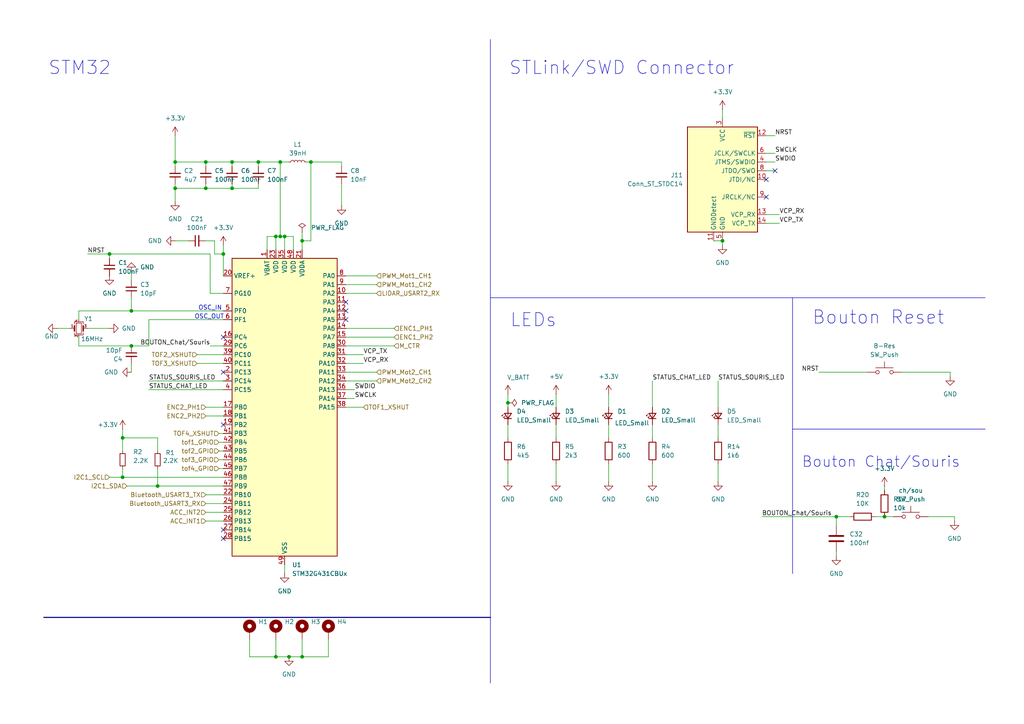
<source format=kicad_sch>
(kicad_sch (version 20250114) (generator "eeschema") (generator_version "9.0")
  (paper "A4")
  (lib_symbols
    (symbol "Connector:Conn_ST_STDC14"
      (property "Reference" "J" (at -8.89 16.51 0))
      (property "Value" "Conn_ST_STDC14" (at 17.78 16.51 0))
      (symbol "Conn_ST_STDC14_0_1"
        (rectangle (start -10.16 15.24) (end 10.16 -15.24) (stroke (width 0.254)) (fill (type background)))
      )
      (symbol "Conn_ST_STDC14_1_1"
        (pin no_connect line (at -10.16 5.08 0) (length 2.54) (hide yes) (name "NC") (number "1"))
        (pin no_connect line (at -10.16 2.54 0) (length 2.54) (hide yes) (name "NC") (number "2"))
        (pin passive line (at -2.54 -17.78 90) (length 2.54) (name "GNDDetect") (number "11"))
        (pin power_in line (at 0 17.78 270) (length 2.54) (name "VCC") (number "3"))
        (pin power_in line (at 0 -17.78 90) (length 2.54) (name "GND") (number "5"))
        (pin passive line (at 0 -17.78 90) (length 2.54) (hide yes) (name "GND") (number "7"))
        (pin open_collector line (at 12.7 12.7 180) (length 2.54) (name "~{RST}") (number "12"))
        (pin output line (at 12.7 7.62 180) (length 2.54) (name "JCLK/SWCLK") (number "6"))
        (pin bidirectional line (at 12.7 5.08 180) (length 2.54) (name "JTMS/SWDIO") (number "4"))
        (pin input line (at 12.7 2.54 180) (length 2.54) (name "JTDO/SWO") (number "8"))
        (pin output line (at 12.7 0 180) (length 2.54) (name "JTDI/NC") (number "10"))
        (pin input line (at 12.7 -5.08 180) (length 2.54) (name "JRCLK/NC") (number "9"))
        (pin output line (at 12.7 -10.16 180) (length 2.54) (name "VCP_RX") (number "13"))
        (pin input line (at 12.7 -12.7 180) (length 2.54) (name "VCP_TX") (number "14"))
      )
    )
    (symbol "Device:C" (pin_numbers (hide yes)) (pin_names (offset 0.254))
      (property "Reference" "C" (at 0.635 2.54 0))
      (property "Value" "C" (at 0.635 -2.54 0))
      (symbol "C_0_1"
        (polyline (pts (xy -2.032 0.762) (xy 2.032 0.762)) (stroke (width 0.508)))
        (polyline (pts (xy -2.032 -0.762) (xy 2.032 -0.762)) (stroke (width 0.508)))
      )
      (symbol "C_1_1"
        (pin passive line (at 0 3.81 270) (length 2.794) (name "~") (number "1"))
        (pin passive line (at 0 -3.81 90) (length 2.794) (name "~") (number "2"))
      )
    )
    (symbol "Device:C_Small" (pin_numbers (hide yes)) (pin_names (offset 0.254) (hide yes))
      (property "Reference" "C" (at 0.254 1.778 0))
      (property "Value" "C_Small" (at 0.254 -2.032 0))
      (symbol "C_Small_0_1"
        (polyline (pts (xy -1.524 0.508) (xy 1.524 0.508)) (stroke (width 0.3048)))
        (polyline (pts (xy -1.524 -0.508) (xy 1.524 -0.508)) (stroke (width 0.3302)))
      )
      (symbol "C_Small_1_1"
        (pin passive line (at 0 2.54 270) (length 2.032) (name "~") (number "1"))
        (pin passive line (at 0 -2.54 90) (length 2.032) (name "~") (number "2"))
      )
    )
    (symbol "Device:Crystal_GND24_Small" (pin_names (offset 1.016) (hide yes))
      (property "Reference" "Y" (at 1.27 4.445 0))
      (property "Value" "Crystal_GND24_Small" (at 1.27 2.54 0))
      (symbol "Crystal_GND24_Small_0_1"
        (polyline (pts (xy -1.27 1.27) (xy -1.27 1.905) (xy 1.27 1.905) (xy 1.27 1.27)))
        (polyline (pts (xy -1.27 -0.762) (xy -1.27 0.762)) (stroke (width 0.381)))
        (polyline (pts (xy -1.27 -1.27) (xy -1.27 -1.905) (xy 1.27 -1.905) (xy 1.27 -1.27)))
        (rectangle (start -0.762 -1.524) (end 0.762 1.524))
        (polyline (pts (xy 1.27 -0.762) (xy 1.27 0.762)) (stroke (width 0.381)))
      )
      (symbol "Crystal_GND24_Small_1_1"
        (pin passive line (at -2.54 0 0) (length 1.27) (name "1") (number "1"))
        (pin passive line (at 0 2.54 270) (length 0.635) (name "4") (number "4"))
        (pin passive line (at 0 -2.54 90) (length 0.635) (name "2") (number "2"))
        (pin passive line (at 2.54 0 180) (length 1.27) (name "3") (number "3"))
      )
    )
    (symbol "Device:LED_Small" (pin_numbers (hide yes)) (pin_names (offset 0.254) (hide yes))
      (property "Reference" "D" (at -1.27 3.175 0))
      (property "Value" "LED_Small" (at -4.445 -2.54 0))
      (symbol "LED_Small_0_1"
        (polyline (pts (xy -0.762 -1.016) (xy -0.762 1.016)) (stroke (width 0.254)))
        (polyline (pts (xy 0 0.762) (xy -0.508 1.27) (xy -0.254 1.27) (xy -0.508 1.27) (xy -0.508 1.016)))
        (polyline (pts (xy 0.508 1.27) (xy 0 1.778) (xy 0.254 1.778) (xy 0 1.778) (xy 0 1.524)))
        (polyline (pts (xy 0.762 -1.016) (xy -0.762 0) (xy 0.762 1.016) (xy 0.762 -1.016)) (stroke (width 0.254)))
        (polyline (pts (xy 1.016 0) (xy -0.762 0)))
      )
      (symbol "LED_Small_1_1"
        (pin passive line (at -2.54 0 0) (length 1.778) (name "K") (number "1"))
        (pin passive line (at 2.54 0 180) (length 1.778) (name "A") (number "2"))
      )
    )
    (symbol "Device:L_Small" (pin_numbers (hide yes)) (pin_names (offset 0.254) (hide yes))
      (property "Reference" "L" (at 0.762 1.016 0))
      (property "Value" "L_Small" (at 0.762 -1.016 0))
      (symbol "L_Small_0_1"
        (arc (start 0 2.032) (mid 0.5058 1.524) (end 0 1.016))
        (arc (start 0 1.016) (mid 0.5058 0.508) (end 0 0))
        (arc (start 0 0) (mid 0.5058 -0.508) (end 0 -1.016))
        (arc (start 0 -1.016) (mid 0.5058 -1.524) (end 0 -2.032))
      )
      (symbol "L_Small_1_1"
        (pin passive line (at 0 2.54 270) (length 0.508) (name "~") (number "1"))
        (pin passive line (at 0 -2.54 90) (length 0.508) (name "~") (number "2"))
      )
    )
    (symbol "Device:R" (pin_numbers (hide yes)) (pin_names (offset 0))
      (property "Reference" "R" (at 2.032 0 90))
      (property "Value" "R" (at 0 0 90))
      (symbol "R_0_1"
        (rectangle (start -1.016 -2.54) (end 1.016 2.54) (stroke (width 0.254)))
      )
      (symbol "R_1_1"
        (pin passive line (at 0 3.81 270) (length 1.27) (name "~") (number "1"))
        (pin passive line (at 0 -3.81 90) (length 1.27) (name "~") (number "2"))
      )
    )
    (symbol "Device:R_Small" (pin_numbers (hide yes)) (pin_names (offset 0.254) (hide yes))
      (property "Reference" "R" (at 0.762 0.508 0))
      (property "Value" "R_Small" (at 0.762 -1.016 0))
      (symbol "R_Small_0_1"
        (rectangle (start -0.762 1.778) (end 0.762 -1.778) (stroke (width 0.2032)))
      )
      (symbol "R_Small_1_1"
        (pin passive line (at 0 2.54 270) (length 0.762) (name "~") (number "1"))
        (pin passive line (at 0 -2.54 90) (length 0.762) (name "~") (number "2"))
      )
    )
    (symbol "MCU_ST_STM32G4:STM32G431CBUx"
      (property "Reference" "U" (at -15.24 44.45 0))
      (property "Value" "STM32G431CBUx" (at 7.62 44.45 0))
      (symbol "STM32G431CBUx_0_1"
        (rectangle (start -15.24 -43.18) (end 15.24 43.18) (stroke (width 0.254)) (fill (type background)))
      )
      (symbol "STM32G431CBUx_1_1"
        (pin input line (at -17.78 38.1 0) (length 2.54) (name "VREF+") (number "20"))
        (pin bidirectional line (at -17.78 33.02 0) (length 2.54) (name "PG10") (number "7"))
        (pin bidirectional line (at -17.78 27.94 0) (length 2.54) (name "PF0") (number "5"))
        (pin bidirectional line (at -17.78 25.4 0) (length 2.54) (name "PF1") (number "6"))
        (pin bidirectional line (at -17.78 20.32 0) (length 2.54) (name "PC4") (number "16"))
        (pin bidirectional line (at -17.78 17.78 0) (length 2.54) (name "PC6") (number "29"))
        (pin bidirectional line (at -17.78 15.24 0) (length 2.54) (name "PC10") (number "39"))
        (pin bidirectional line (at -17.78 12.7 0) (length 2.54) (name "PC11") (number "40"))
        (pin bidirectional line (at -17.78 10.16 0) (length 2.54) (name "PC13") (number "2"))
        (pin bidirectional line (at -17.78 7.62 0) (length 2.54) (name "PC14") (number "3"))
        (pin bidirectional line (at -17.78 5.08 0) (length 2.54) (name "PC15") (number "4"))
        (pin bidirectional line (at -17.78 0 0) (length 2.54) (name "PB0") (number "17"))
        (pin bidirectional line (at -17.78 -2.54 0) (length 2.54) (name "PB1") (number "18"))
        (pin bidirectional line (at -17.78 -5.08 0) (length 2.54) (name "PB2") (number "19"))
        (pin bidirectional line (at -17.78 -7.62 0) (length 2.54) (name "PB3") (number "41"))
        (pin bidirectional line (at -17.78 -10.16 0) (length 2.54) (name "PB4") (number "42"))
        (pin bidirectional line (at -17.78 -12.7 0) (length 2.54) (name "PB5") (number "43"))
        (pin bidirectional line (at -17.78 -15.24 0) (length 2.54) (name "PB6") (number "44"))
        (pin bidirectional line (at -17.78 -17.78 0) (length 2.54) (name "PB7") (number "45"))
        (pin bidirectional line (at -17.78 -20.32 0) (length 2.54) (name "PB8") (number "46"))
        (pin bidirectional line (at -17.78 -22.86 0) (length 2.54) (name "PB9") (number "47"))
        (pin bidirectional line (at -17.78 -25.4 0) (length 2.54) (name "PB10") (number "22"))
        (pin bidirectional line (at -17.78 -27.94 0) (length 2.54) (name "PB11") (number "24"))
        (pin bidirectional line (at -17.78 -30.48 0) (length 2.54) (name "PB12") (number "25"))
        (pin bidirectional line (at -17.78 -33.02 0) (length 2.54) (name "PB13") (number "26"))
        (pin bidirectional line (at -17.78 -35.56 0) (length 2.54) (name "PB14") (number "27"))
        (pin bidirectional line (at -17.78 -38.1 0) (length 2.54) (name "PB15") (number "28"))
        (pin power_in line (at -5.08 45.72 270) (length 2.54) (name "VBAT") (number "1"))
        (pin power_in line (at -2.54 45.72 270) (length 2.54) (name "VDD") (number "23"))
        (pin power_in line (at 0 45.72 270) (length 2.54) (name "VDD") (number "35"))
        (pin power_in line (at 0 -45.72 90) (length 2.54) (name "VSS") (number "49"))
        (pin power_in line (at 2.54 45.72 270) (length 2.54) (name "VDD") (number "48"))
        (pin power_in line (at 5.08 45.72 270) (length 2.54) (name "VDDA") (number "21"))
        (pin bidirectional line (at 17.78 38.1 180) (length 2.54) (name "PA0") (number "8"))
        (pin bidirectional line (at 17.78 35.56 180) (length 2.54) (name "PA1") (number "9"))
        (pin bidirectional line (at 17.78 33.02 180) (length 2.54) (name "PA2") (number "10"))
        (pin bidirectional line (at 17.78 30.48 180) (length 2.54) (name "PA3") (number "11"))
        (pin bidirectional line (at 17.78 27.94 180) (length 2.54) (name "PA4") (number "12"))
        (pin bidirectional line (at 17.78 25.4 180) (length 2.54) (name "PA5") (number "13"))
        (pin bidirectional line (at 17.78 22.86 180) (length 2.54) (name "PA6") (number "14"))
        (pin bidirectional line (at 17.78 20.32 180) (length 2.54) (name "PA7") (number "15"))
        (pin bidirectional line (at 17.78 17.78 180) (length 2.54) (name "PA8") (number "30"))
        (pin bidirectional line (at 17.78 15.24 180) (length 2.54) (name "PA9") (number "31"))
        (pin bidirectional line (at 17.78 12.7 180) (length 2.54) (name "PA10") (number "32"))
        (pin bidirectional line (at 17.78 10.16 180) (length 2.54) (name "PA11") (number "33"))
        (pin bidirectional line (at 17.78 7.62 180) (length 2.54) (name "PA12") (number "34"))
        (pin bidirectional line (at 17.78 5.08 180) (length 2.54) (name "PA13") (number "36"))
        (pin bidirectional line (at 17.78 2.54 180) (length 2.54) (name "PA14") (number "37"))
        (pin bidirectional line (at 17.78 0 180) (length 2.54) (name "PA15") (number "38"))
      )
    )
    (symbol "Mechanical:MountingHole_Pad" (pin_numbers (hide yes)) (pin_names (offset 1.016) (hide yes)) (in_bom no)
      (property "Reference" "H" (at 0 6.35 0))
      (property "Value" "MountingHole_Pad" (at 0 4.445 0))
      (symbol "MountingHole_Pad_0_1"
        (circle (center 0 1.27) (radius 1.27) (stroke (width 1.27)))
      )
      (symbol "MountingHole_Pad_1_1"
        (pin input line (at 0 -2.54 90) (length 2.54) (name "1") (number "1"))
      )
    )
    (symbol "Switch:SW_Push" (pin_numbers (hide yes)) (pin_names (offset 1.016) (hide yes))
      (property "Reference" "SW" (at 1.27 2.54 0))
      (property "Value" "SW_Push" (at 0 -1.524 0))
      (symbol "SW_Push_0_1"
        (circle (center -2.032 0) (radius 0.508))
        (polyline (pts (xy 0 1.27) (xy 0 3.048)))
        (circle (center 2.032 0) (radius 0.508))
        (polyline (pts (xy 2.54 1.27) (xy -2.54 1.27)))
        (pin passive line (at -5.08 0 0) (length 2.54) (name "1") (number "1"))
        (pin passive line (at 5.08 0 180) (length 2.54) (name "2") (number "2"))
      )
    )
    (symbol "power:+3.3V" (power) (pin_numbers (hide yes)) (pin_names (offset 0) (hide yes))
      (property "Value" "+3.3V" (at 0 3.556 0))
      (symbol "+3.3V_0_1"
        (polyline (pts (xy -0.762 1.27) (xy 0 2.54)))
        (polyline (pts (xy 0 2.54) (xy 0.762 1.27)))
        (polyline (pts (xy 0 0) (xy 0 2.54)))
      )
      (symbol "+3.3V_1_1"
        (pin power_in line (at 0 0 90) (length 0) (name "~") (number "1"))
      )
    )
    (symbol "power:+5V" (power) (pin_numbers (hide yes)) (pin_names (offset 0) (hide yes))
      (property "Value" "+5V" (at 0 3.556 0))
      (symbol "+5V_0_1"
        (polyline (pts (xy -0.762 1.27) (xy 0 2.54)))
        (polyline (pts (xy 0 2.54) (xy 0.762 1.27)))
        (polyline (pts (xy 0 0) (xy 0 2.54)))
      )
      (symbol "+5V_1_1"
        (pin power_in line (at 0 0 90) (length 0) (name "~") (number "1"))
      )
    )
    (symbol "power:+7.5V" (power) (pin_numbers (hide yes)) (pin_names (offset 0) (hide yes))
      (property "Value" "+7.5V" (at 0 3.556 0))
      (symbol "+7.5V_0_1"
        (polyline (pts (xy -0.762 1.27) (xy 0 2.54)))
        (polyline (pts (xy 0 2.54) (xy 0.762 1.27)))
        (polyline (pts (xy 0 0) (xy 0 2.54)))
      )
      (symbol "+7.5V_1_1"
        (pin power_in line (at 0 0 90) (length 0) (name "~") (number "1"))
      )
    )
    (symbol "power:GND" (power) (pin_numbers (hide yes)) (pin_names (offset 0) (hide yes))
      (property "Value" "GND" (at 0 -3.81 0))
      (symbol "GND_0_1"
        (polyline (pts (xy 0 0) (xy 0 -1.27) (xy 1.27 -1.27) (xy 0 -2.54) (xy -1.27 -1.27) (xy 0 -1.27)))
      )
      (symbol "GND_1_1"
        (pin power_in line (at 0 0 270) (length 0) (name "~") (number "1"))
      )
    )
    (symbol "power:PWR_FLAG" (power) (pin_numbers (hide yes)) (pin_names (offset 0) (hide yes))
      (property "Value" "PWR_FLAG" (at 0 3.81 0))
      (symbol "PWR_FLAG_0_0"
        (pin power_out line (at 0 0 90) (length 0) (name "~") (number "1"))
      )
      (symbol "PWR_FLAG_0_1"
        (polyline (pts (xy 0 0) (xy 0 1.27) (xy -1.016 1.905) (xy 0 2.54) (xy 1.016 1.905) (xy 0 1.27)))
      )
    )
  )
  (text "OSC_OUT" (at 60.706 91.948 0) (effects (font (size 1.27 1.27))))
  (text "STM32" (at 23.114 19.812 0) (effects (font (size 3.81 3.81))))
  (text "LEDs" (at 154.686 92.964 0) (effects (font (size 3.81 3.81))))
  (text "STLink/SWD Connector" (at 147.574 19.812 0) (effects (font (size 3.81 3.81)) (justify left)))
  (text "Bouton Chat/Souris" (at 255.524 134.112 0) (effects (font (size 3.048 3.048))))
  (text "Bouton Reset" (at 254.762 92.202 0) (effects (font (size 3.81 3.81))))
  (text "OSC_IN" (at 60.96 89.408 0) (effects (font (size 1.27 1.27))))
  (junction (at 35.56 138.43))
  (junction (at 38.1 90.17))
  (junction (at 59.69 46.99))
  (junction (at 80.01 190.5))
  (junction (at 81.28 46.99))
  (junction (at 50.8 54.61))
  (junction (at 87.63 190.5))
  (junction (at 59.69 54.61))
  (junction (at 81.28 68.58))
  (junction (at 87.63 69.85))
  (junction (at 209.55 69.85))
  (junction (at 50.8 46.99))
  (junction (at 80.01 68.58))
  (junction (at 35.56 127))
  (junction (at 64.77 73.66))
  (junction (at 38.1 100.33))
  (junction (at 74.93 46.99))
  (junction (at 90.17 46.99))
  (junction (at 82.55 68.58))
  (junction (at 31.75 73.66))
  (junction (at 242.57 149.86))
  (junction (at 256.54 149.86))
  (junction (at 45.72 140.97))
  (junction (at 83.82 190.5))
  (junction (at 147.32 116.84))
  (junction (at 67.31 54.61))
  (junction (at 67.31 46.99))
  (no_connect (at 64.77 107.95))
  (no_connect (at 64.77 97.79))
  (no_connect (at 100.33 87.63))
  (no_connect (at 100.33 90.17))
  (no_connect (at 64.77 156.21))
  (no_connect (at 224.79 49.53))
  (no_connect (at 100.33 92.71))
  (no_connect (at 222.25 52.07))
  (no_connect (at 64.77 123.19))
  (no_connect (at 64.77 153.67))
  (no_connect (at 222.25 57.15))
  (wire (pts (xy 90.17 46.99) (xy 90.17 69.85)))
  (wire (pts (xy 59.69 53.34) (xy 59.69 54.61)))
  (wire (pts (xy 222.25 64.77) (xy 226.06 64.77)))
  (wire (pts (xy 74.93 46.99) (xy 81.28 46.99)))
  (wire (pts (xy 222.25 62.23) (xy 226.06 62.23)))
  (wire (pts (xy 85.09 72.39) (xy 85.09 68.58)))
  (wire (pts (xy 209.55 69.85) (xy 209.55 71.12)))
  (wire (pts (xy 83.82 190.5) (xy 87.63 190.5)))
  (wire (pts (xy 100.33 113.03) (xy 102.87 113.03)))
  (wire (pts (xy 254 149.86) (xy 256.54 149.86)))
  (wire (pts (xy 99.06 53.34) (xy 99.06 59.69)))
  (wire (pts (xy 22.86 100.33) (xy 38.1 100.33)))
  (wire (pts (xy 161.29 123.19) (xy 161.29 127)))
  (wire (pts (xy 242.57 149.86) (xy 242.57 152.4)))
  (wire (pts (xy 87.63 190.5) (xy 95.25 190.5)))
  (wire (pts (xy 80.01 185.42) (xy 80.01 190.5)))
  (wire (pts (xy 80.01 190.5) (xy 83.82 190.5)))
  (wire (pts (xy 189.23 110.49) (xy 189.23 118.11)))
  (wire (pts (xy 147.32 114.3) (xy 147.32 116.84)))
  (wire (pts (xy 35.56 135.89) (xy 35.56 138.43)))
  (wire (pts (xy 82.55 68.58) (xy 82.55 72.39)))
  (wire (pts (xy 63.5 130.81) (xy 64.77 130.81)))
  (wire (pts (xy 43.18 100.33) (xy 43.18 92.71)))
  (wire (pts (xy 81.28 68.58) (xy 80.01 68.58)))
  (wire (pts (xy 220.98 149.86) (xy 242.57 149.86)))
  (wire (pts (xy 275.59 107.95) (xy 275.59 109.22)))
  (wire (pts (xy 81.28 46.99) (xy 81.28 68.58)))
  (wire (pts (xy 36.83 140.97) (xy 45.72 140.97)))
  (wire (pts (xy 59.69 148.59) (xy 64.77 148.59)))
  (wire (pts (xy 59.69 151.13) (xy 64.77 151.13)))
  (wire (pts (xy 189.23 123.19) (xy 189.23 127)))
  (wire (pts (xy 82.55 68.58) (xy 81.28 68.58)))
  (wire (pts (xy 62.23 73.66) (xy 64.77 73.66)))
  (wire (pts (xy 67.31 46.99) (xy 74.93 46.99)))
  (wire (pts (xy 77.47 72.39) (xy 77.47 68.58)))
  (wire (pts (xy 35.56 138.43) (xy 64.77 138.43)))
  (wire (pts (xy 50.8 46.99) (xy 59.69 46.99)))
  (wire (pts (xy 100.33 80.01) (xy 109.22 80.01)))
  (wire (pts (xy 176.53 134.62) (xy 176.53 139.7)))
  (wire (pts (xy 63.5 135.89) (xy 64.77 135.89)))
  (wire (pts (xy 62.23 69.85) (xy 62.23 73.66)))
  (wire (pts (xy 72.39 190.5) (xy 80.01 190.5)))
  (wire (pts (xy 242.57 149.86) (xy 246.38 149.86)))
  (wire (pts (xy 242.57 161.29) (xy 242.57 160.02)))
  (wire (pts (xy 38.1 100.33) (xy 43.18 100.33)))
  (wire (pts (xy 67.31 53.34) (xy 67.31 54.61)))
  (wire (pts (xy 57.15 102.87) (xy 64.77 102.87)))
  (wire (pts (xy 209.55 31.75) (xy 209.55 34.29)))
  (wire (pts (xy 43.18 113.03) (xy 64.77 113.03)))
  (wire (pts (xy 64.77 71.12) (xy 64.77 73.66)))
  (wire (pts (xy 189.23 134.62) (xy 189.23 139.7)))
  (wire (pts (xy 100.33 107.95) (xy 109.22 107.95)))
  (wire (pts (xy 59.69 48.26) (xy 59.69 46.99)))
  (wire (pts (xy 50.8 69.85) (xy 54.61 69.85)))
  (wire (pts (xy 35.56 127) (xy 35.56 130.81)))
  (wire (pts (xy 161.29 114.3) (xy 161.29 118.11)))
  (polyline (pts (xy 142.24 11.43) (xy 142.24 198.12)))
  (wire (pts (xy 59.69 69.85) (xy 62.23 69.85)))
  (wire (pts (xy 80.01 68.58) (xy 80.01 72.39)))
  (wire (pts (xy 100.33 115.57) (xy 102.87 115.57)))
  (wire (pts (xy 100.33 105.41) (xy 105.41 105.41)))
  (wire (pts (xy 87.63 72.39) (xy 87.63 69.85)))
  (wire (pts (xy 147.32 134.62) (xy 147.32 139.7)))
  (wire (pts (xy 35.56 124.46) (xy 35.56 127)))
  (wire (pts (xy 64.77 85.09) (xy 60.96 85.09)))
  (polyline (pts (xy 229.87 86.36) (xy 229.87 166.37)))
  (wire (pts (xy 90.17 46.99) (xy 99.06 46.99)))
  (wire (pts (xy 57.15 105.41) (xy 64.77 105.41)))
  (wire (pts (xy 72.39 185.42) (xy 72.39 190.5)))
  (wire (pts (xy 25.4 95.25) (xy 31.75 95.25)))
  (wire (pts (xy 74.93 54.61) (xy 67.31 54.61)))
  (wire (pts (xy 90.17 69.85) (xy 87.63 69.85)))
  (wire (pts (xy 22.86 90.17) (xy 38.1 90.17)))
  (wire (pts (xy 38.1 90.17) (xy 64.77 90.17)))
  (wire (pts (xy 95.25 185.42) (xy 95.25 190.5)))
  (wire (pts (xy 74.93 53.34) (xy 74.93 54.61)))
  (wire (pts (xy 82.55 163.83) (xy 82.55 166.37)))
  (wire (pts (xy 35.56 138.43) (xy 31.75 138.43)))
  (wire (pts (xy 100.33 97.79) (xy 114.3 97.79)))
  (wire (pts (xy 67.31 54.61) (xy 59.69 54.61)))
  (wire (pts (xy 50.8 48.26) (xy 50.8 46.99)))
  (wire (pts (xy 45.72 135.89) (xy 45.72 140.97)))
  (wire (pts (xy 31.75 73.66) (xy 31.75 74.93)))
  (wire (pts (xy 100.33 110.49) (xy 109.22 110.49)))
  (polyline (pts (xy 229.87 124.46) (xy 285.75 124.46)))
  (wire (pts (xy 22.86 97.79) (xy 22.86 100.33)))
  (wire (pts (xy 50.8 54.61) (xy 50.8 58.42)))
  (wire (pts (xy 147.32 116.84) (xy 147.32 118.11)))
  (wire (pts (xy 59.69 143.51) (xy 64.77 143.51)))
  (wire (pts (xy 50.8 39.37) (xy 50.8 46.99)))
  (wire (pts (xy 222.25 46.99) (xy 224.79 46.99)))
  (wire (pts (xy 85.09 68.58) (xy 82.55 68.58)))
  (wire (pts (xy 176.53 123.19) (xy 176.53 127)))
  (wire (pts (xy 63.5 128.27) (xy 64.77 128.27)))
  (wire (pts (xy 256.54 140.97) (xy 256.54 142.24)))
  (wire (pts (xy 38.1 86.36) (xy 38.1 90.17)))
  (wire (pts (xy 208.28 134.62) (xy 208.28 139.7)))
  (wire (pts (xy 222.25 44.45) (xy 224.79 44.45)))
  (wire (pts (xy 45.72 140.97) (xy 64.77 140.97)))
  (wire (pts (xy 237.49 107.95) (xy 251.46 107.95)))
  (wire (pts (xy 50.8 53.34) (xy 50.8 54.61)))
  (wire (pts (xy 67.31 48.26) (xy 67.31 46.99)))
  (wire (pts (xy 147.32 123.19) (xy 147.32 127)))
  (wire (pts (xy 43.18 92.71) (xy 64.77 92.71)))
  (wire (pts (xy 38.1 107.95) (xy 38.1 105.41)))
  (wire (pts (xy 83.82 46.99) (xy 81.28 46.99)))
  (wire (pts (xy 100.33 102.87) (xy 105.41 102.87)))
  (wire (pts (xy 74.93 46.99) (xy 74.93 48.26)))
  (wire (pts (xy 100.33 85.09) (xy 109.22 85.09)))
  (wire (pts (xy 45.72 127) (xy 45.72 130.81)))
  (wire (pts (xy 25.4 73.66) (xy 31.75 73.66)))
  (wire (pts (xy 100.33 100.33) (xy 114.3 100.33)))
  (wire (pts (xy 59.69 146.05) (xy 64.77 146.05)))
  (wire (pts (xy 208.28 123.19) (xy 208.28 127)))
  (wire (pts (xy 38.1 78.74) (xy 38.1 81.28)))
  (wire (pts (xy 224.79 39.37) (xy 222.25 39.37)))
  (wire (pts (xy 207.01 69.85) (xy 209.55 69.85)))
  (wire (pts (xy 100.33 82.55) (xy 109.22 82.55)))
  (wire (pts (xy 60.96 85.09) (xy 60.96 73.66)))
  (wire (pts (xy 63.5 133.35) (xy 64.77 133.35)))
  (wire (pts (xy 50.8 54.61) (xy 59.69 54.61)))
  (wire (pts (xy 161.29 134.62) (xy 161.29 139.7)))
  (wire (pts (xy 176.53 114.3) (xy 176.53 118.11)))
  (wire (pts (xy 63.5 125.73) (xy 64.77 125.73)))
  (wire (pts (xy 59.69 46.99) (xy 67.31 46.99)))
  (wire (pts (xy 64.77 73.66) (xy 64.77 80.01)))
  (wire (pts (xy 100.33 118.11) (xy 105.41 118.11)))
  (wire (pts (xy 269.24 149.86) (xy 276.86 149.86)))
  (wire (pts (xy 276.86 149.86) (xy 276.86 151.13)))
  (wire (pts (xy 87.63 69.85) (xy 87.63 67.31)))
  (wire (pts (xy 87.63 185.42) (xy 87.63 190.5)))
  (wire (pts (xy 90.17 46.99) (xy 88.9 46.99)))
  (wire (pts (xy 256.54 149.86) (xy 259.08 149.86)))
  (wire (pts (xy 22.86 90.17) (xy 22.86 92.71)))
  (wire (pts (xy 59.69 118.11) (xy 64.77 118.11)))
  (wire (pts (xy 60.96 100.33) (xy 64.77 100.33)))
  (wire (pts (xy 222.25 49.53) (xy 224.79 49.53)))
  (bus (pts (xy 12.7 179.07) (xy 142.24 179.07)))
  (wire (pts (xy 261.62 107.95) (xy 275.59 107.95)))
  (wire (pts (xy 208.28 110.49) (xy 208.28 118.11)))
  (wire (pts (xy 59.69 120.65) (xy 64.77 120.65)))
  (wire (pts (xy 77.47 68.58) (xy 80.01 68.58)))
  (wire (pts (xy 43.18 110.49) (xy 64.77 110.49)))
  (wire (pts (xy 31.75 73.66) (xy 60.96 73.66)))
  (wire (pts (xy 100.33 95.25) (xy 114.3 95.25)))
  (wire (pts (xy 16.51 95.25) (xy 20.32 95.25)))
  (wire (pts (xy 35.56 127) (xy 45.72 127)))
  (polyline (pts (xy 142.24 86.36) (xy 285.75 86.36)))
  (wire (pts (xy 99.06 46.99) (xy 99.06 48.26)))
  (label "VCP_TX" (at 226.06 64.77 0))
  (label "SWDIO" (at 102.87 113.03 0))
  (label "STATUS_SOURIS_LED" (at 208.28 110.49 0))
  (label "STATUS_SOURIS_LED" (at 43.18 110.49 0))
  (label "STATUS_CHAT_LED" (at 43.18 113.03 0))
  (label "SWCLK" (at 224.79 44.45 0))
  (label "SWDIO" (at 224.79 46.99 0))
  (label "NRST" (at 25.4 73.66 0))
  (label "VCP_RX" (at 226.06 62.23 0))
  (label "STATUS_CHAT_LED" (at 189.23 110.49 0))
  (label "SWCLK" (at 102.87 115.57 0))
  (label "BOUTON_Chat{slash}Souris" (at 220.98 149.86 0))
  (label "VCP_RX" (at 105.41 105.41 0))
  (label "NRST" (at 224.79 39.37 0))
  (label "VCP_TX" (at 105.41 102.87 0))
  (label "BOUTON_Chat{slash}Souris" (at 60.96 100.33 180))
  (label "NRST" (at 237.49 107.95 180))
  (hierarchical_label "ENC2_PH1" (shape input) (at 59.69 118.11 180))
  (hierarchical_label "PWM_Mot2_CH2" (shape input) (at 109.22 110.49 0))
  (hierarchical_label "ENC1_PH2" (shape input) (at 114.3 97.79 0))
  (hierarchical_label "ACC_INT1" (shape input) (at 59.69 151.13 180))
  (hierarchical_label "TOF3_XSHUT" (shape input) (at 57.15 105.41 180))
  (hierarchical_label "tof2_GPIO" (shape input) (at 63.5 130.81 180))
  (hierarchical_label "tof4_GPIO" (shape input) (at 63.5 135.89 180))
  (hierarchical_label "TOF1_XSHUT" (shape input) (at 105.41 118.11 0))
  (hierarchical_label "ENC1_PH1" (shape input) (at 114.3 95.25 0))
  (hierarchical_label "tof3_GPIO" (shape input) (at 63.5 133.35 180))
  (hierarchical_label "tof1_GPIO" (shape input) (at 63.5 128.27 180))
  (hierarchical_label "Bluetooth_USART3_RX" (shape input) (at 59.69 146.05 180))
  (hierarchical_label "ENC2_PH2" (shape input) (at 59.69 120.65 180))
  (hierarchical_label "PWM_Mot1_CH2" (shape input) (at 109.22 82.55 0))
  (hierarchical_label "TOF4_XSHUT" (shape input) (at 63.5 125.73 180))
  (hierarchical_label "PWM_Mot1_CH1" (shape input) (at 109.22 80.01 0))
  (hierarchical_label "PWM_Mot2_CH1" (shape input) (at 109.22 107.95 0))
  (hierarchical_label "ACC_INT2" (shape input) (at 59.69 148.59 180))
  (hierarchical_label "I2C1_SDA" (shape input) (at 36.83 140.97 180))
  (hierarchical_label "I2C1_SCL" (shape input) (at 31.75 138.43 180))
  (hierarchical_label "LIDAR_USART2_RX" (shape input) (at 109.22 85.09 0))
  (hierarchical_label "TOF2_XSHUT" (shape input) (at 57.15 102.87 180))
  (hierarchical_label "Bluetooth_USART3_TX" (shape input) (at 59.69 143.51 180))
  (hierarchical_label "M_CTR" (shape input) (at 114.3 100.33 0))
  (symbol (lib_id "power:GND") (at 147.32 139.7 0) (unit 1)
    (property "Reference" "#PWR0146" (effects (hide yes)))
    (property "Value" "GND" (at 147.32 144.78 0))
    (property "Description" "Power symbol creates a global label with name \"GND\" , ground" (effects (hide yes)))
  )
  (symbol (lib_id "Device:C_Small") (at 38.1 83.82 180) (unit 1)
    (property "Reference" "C3" (at 40.64 82.5435 0) (effects (justify right)))
    (property "Value" "10pF" (at 40.64 85.0835 0) (effects (justify right)))
    (property "Footprint" "Capacitor_SMD:C_0603_1608Metric" (effects (hide yes)))
    (property "Description" "Unpolarized capacitor, small symbol" (effects (hide yes)))
    (instances (project "" (path "" (reference "C3") (unit 1))) (project "microcontroleur_robot" (path "" (reference "C2") (unit 1))) (project "" (path "" (reference "C8") (unit 1))))
  )
  (symbol (lib_id "Device:R_Small") (at 35.56 133.35 0) (unit 1)
    (property "Reference" "R2" (at 38.608 131.064 0) (effects (justify left)))
    (property "Value" "2.2K" (at 38.608 133.604 0) (effects (justify left)))
    (property "Footprint" "Resistor_SMD:R_0603_1608Metric" (effects (hide yes)))
    (property "Description" "Resistor, small symbol" (effects (hide yes)))
  )
  (symbol (lib_id "Mechanical:MountingHole_Pad") (at 87.63 182.88 0) (unit 1) (in_bom no)
    (property "Reference" "H3" (at 90.17 180.3399 0) (effects (justify left)))
    (property "Value" "MountingHole_Pad" (effects (hide yes)))
    (property "Footprint" "MountingHole:MountingHole_3.2mm_M3_Pad_Via" (effects (hide yes)))
    (property "Description" "Mounting Hole with connection" (effects (hide yes)))
  )
  (symbol (lib_id "Switch:SW_Push") (at 256.54 107.95 0) (unit 1)
    (property "Reference" "B-Res" (at 256.54 100.33 0))
    (property "Value" "SW_Push" (at 256.54 102.87 0))
    (property "Footprint" "KiCad:SW Push 1P1T NO 6x6mm H9.5mm" (effects (hide yes)))
    (property "Description" "Push button switch, generic, two pins" (effects (hide yes)))
    (instances (project "" (path "" (reference "B-Res") (unit 1))) (project "" (path "" (reference "SW1") (unit 1))) (project "" (path "" (reference "SW1") (unit 1))))
  )
  (symbol (lib_id "power:GND") (at 16.51 95.25 270) (unit 1)
    (property "Reference" "#PWR0107" (effects (hide yes)))
    (property "Value" "GND" (at 17.018 97.536 90) (effects (justify right)))
    (property "Description" "Power symbol creates a global label with name \"GND\" , ground" (effects (hide yes)))
    (instances (project "Projet_Robot" (path "" (reference "#PWR0107") (unit 1))) (project "microcontroleur_robot" (path "" (reference "#PWR02") (unit 1))) (project "" (path "" (reference "#PWR0117") (unit 1))))
  )
  (symbol (lib_id "power:GND") (at 31.75 80.01 0) (unit 1)
    (property "Reference" "#PWR0111" (effects (hide yes)))
    (property "Value" "GND" (at 31.75 85.09 0))
    (property "Description" "Power symbol creates a global label with name \"GND\" , ground" (effects (hide yes)))
    (instances (project "Projet_Robot" (path "" (reference "#PWR0111") (unit 1))) (project "microcontroleur_robot" (path "" (reference "#PWR09") (unit 1))) (project "" (path "" (reference "#PWR0116") (unit 1))))
  )
  (symbol (lib_id "power:GND") (at 161.29 139.7 0) (unit 1)
    (property "Reference" "#PWR0121" (effects (hide yes)))
    (property "Value" "GND" (at 161.29 144.78 0))
    (property "Description" "Power symbol creates a global label with name \"GND\" , ground" (effects (hide yes)))
  )
  (symbol (lib_id "power:+3.3V") (at 209.55 31.75 0) (unit 1)
    (property "Reference" "#PWR0117" (effects (hide yes)))
    (property "Value" "+3.3V" (at 209.55 26.67 0))
    (property "Description" "Power symbol creates a global label with name \"+3.3V\"" (effects (hide yes)))
  )
  (symbol (lib_id "Device:R") (at 250.19 149.86 90) (unit 1)
    (property "Reference" "R20" (at 250.19 143.51 90))
    (property "Value" "10K" (at 250.19 146.05 90))
    (property "Footprint" "Resistor_SMD:R_0603_1608Metric" (effects (hide yes)))
    (property "Description" "Resistor" (effects (hide yes)))
  )
  (symbol (lib_id "Mechanical:MountingHole_Pad") (at 95.25 182.88 0) (unit 1) (in_bom no)
    (property "Reference" "H4" (at 97.79 180.3399 0) (effects (justify left)))
    (property "Value" "MountingHole_Pad" (effects (hide yes)))
    (property "Footprint" "MountingHole:MountingHole_3.2mm_M3_Pad_Via" (effects (hide yes)))
    (property "Description" "Mounting Hole with connection" (effects (hide yes)))
  )
  (symbol (lib_id "power:GND") (at 31.75 95.25 90) (unit 1)
    (property "Reference" "#PWR0112" (effects (hide yes)))
    (property "Value" "GND" (at 35.306 95.25 90) (effects (justify right)))
    (property "Description" "Power symbol creates a global label with name \"GND\" , ground" (effects (hide yes)))
    (instances (project "Projet_Robot" (path "" (reference "#PWR0112") (unit 1))) (project "microcontroleur_robot" (path "" (reference "#PWR03") (unit 1))) (project "" (path "" (reference "#PWR0113") (unit 1))))
  )
  (symbol (lib_id "power:GND") (at 83.82 190.5 0) (unit 1)
    (property "Reference" "#PWR029" (effects (hide yes)))
    (property "Value" "GND" (at 83.82 195.58 0))
    (property "Description" "Power symbol creates a global label with name \"GND\" , ground" (effects (hide yes)))
  )
  (symbol (lib_id "power:PWR_FLAG") (at 147.32 116.84 270) (unit 1)
    (property "Reference" "#FLG02" (effects (hide yes)))
    (property "Value" "PWR_FLAG" (at 151.13 116.8399 90) (effects (justify left)))
    (property "Description" "Special symbol for telling ERC where power comes from" (effects (hide yes)))
  )
  (symbol (lib_id "power:+5V") (at 161.29 114.3 0) (unit 1)
    (property "Reference" "#PWR012" (effects (hide yes)))
    (property "Value" "+5V" (at 161.29 109.22 0))
    (property "Description" "Power symbol creates a global label with name \"+5V\"" (effects (hide yes)))
  )
  (symbol (lib_id "power:GND") (at 208.28 139.7 0) (unit 1)
    (property "Reference" "#PWR0116" (effects (hide yes)))
    (property "Value" "GND" (at 208.28 144.78 0))
    (property "Description" "Power symbol creates a global label with name \"GND\" , ground" (effects (hide yes)))
  )
  (symbol (lib_id "power:PWR_FLAG") (at 87.63 67.31 0) (unit 1)
    (property "Reference" "#FLG04" (effects (hide yes)))
    (property "Value" "PWR_FLAG" (at 90.17 66.0399 0) (effects (justify left)))
    (property "Description" "Special symbol for telling ERC where power comes from" (effects (hide yes)))
  )
  (symbol (lib_id "power:GND") (at 50.8 69.85 270) (unit 1)
    (property "Reference" "#PWR0145" (effects (hide yes)))
    (property "Value" "GND" (at 46.99 69.8499 90) (effects (justify right)))
    (property "Description" "Power symbol creates a global label with name \"GND\" , ground" (effects (hide yes)))
  )
  (symbol (lib_id "Device:C_Small") (at 38.1 102.87 0) (unit 1)
    (property "Reference" "C4" (at 35.56 104.1465 0) (effects (justify right)))
    (property "Value" "10pF" (at 35.56 101.6065 0) (effects (justify right)))
    (property "Footprint" "Capacitor_SMD:C_0603_1608Metric" (effects (hide yes)))
    (property "Description" "Unpolarized capacitor, small symbol" (effects (hide yes)))
    (instances (project "" (path "" (reference "C4") (unit 1))) (project "microcontroleur_robot" (path "" (reference "C3") (unit 1))) (project "" (path "" (reference "C9") (unit 1))))
  )
  (symbol (lib_id "Connector:Conn_ST_STDC14") (at 209.55 52.07 0) (unit 1)
    (property "Reference" "J11" (at 198.12 50.7999 0) (effects (justify right)))
    (property "Value" "Conn_ST_STDC14" (at 198.12 53.3399 0) (effects (justify right)))
    (property "Footprint" "Connector_PinHeader_1.27mm:PinHeader_2x07_P1.27mm_Vertical_SMD" (effects (hide yes)))
    (property "Datasheet" "https://www.st.com/content/ccc/resource/technical/document/user_manual/group1/99/49/91/b6/b2/3a/46/e5/DM00526767/files/DM00526767.pdf/jcr:content/translations/en.DM00526767.pdf" (effects (hide yes)))
    (property "Description" "ST Debug Connector, standard ARM Cortex-M SWD and JTAG interface plus UART" (effects (hide yes)))
  )
  (symbol (lib_id "power:GND") (at 50.8 58.42 0) (unit 1)
    (property "Reference" "#PWR0102" (effects (hide yes)))
    (property "Value" "GND" (at 50.8 63.5 0))
    (property "Description" "Power symbol creates a global label with name \"GND\" , ground" (effects (hide yes)))
    (instances (project "Projet_Robot" (path "" (reference "#PWR0102") (unit 1))) (project "microcontroleur_robot" (path "" (reference "#PWR06") (unit 1))) (project "" (path "" (reference "#PWR0102") (unit 1))))
  )
  (symbol (lib_id "power:GND") (at 276.86 151.13 0) (unit 1)
    (property "Reference" "#PWR0147" (effects (hide yes)))
    (property "Value" "GND" (at 276.86 156.21 0))
    (property "Description" "Power symbol creates a global label with name \"GND\" , ground" (effects (hide yes)))
  )
  (symbol (lib_id "Device:C_Small") (at 31.75 77.47 0) (unit 1)
    (property "Reference" "C1" (at 34.29 76.2062 0) (effects (justify left)))
    (property "Value" "100nF" (at 34.29 78.7462 0) (effects (justify left)))
    (property "Footprint" "Capacitor_SMD:C_0603_1608Metric" (effects (hide yes)))
    (property "Description" "Unpolarized capacitor, small symbol" (effects (hide yes)))
    (instances (project "" (path "" (reference "C1") (unit 1))) (project "microcontroleur_robot" (path "" (reference "C9") (unit 1))) (project "" (path "" (reference "C6") (unit 1))))
  )
  (symbol (lib_id "Device:R") (at 161.29 130.81 180) (unit 1)
    (property "Reference" "R5" (at 163.83 129.5399 0) (effects (justify right)))
    (property "Value" "2k3" (at 163.83 132.0799 0) (effects (justify right)))
    (property "Footprint" "Resistor_SMD:R_0603_1608Metric" (effects (hide yes)))
    (property "Description" "Resistor" (effects (hide yes)))
  )
  (symbol (lib_id "Device:C_Small") (at 99.06 50.8 180) (unit 1)
    (property "Reference" "C8" (at 101.6 49.5235 0) (effects (justify right)))
    (property "Value" "10nF" (at 101.6 52.0635 0) (effects (justify right)))
    (property "Footprint" "Capacitor_SMD:C_0603_1608Metric" (effects (hide yes)))
    (property "Description" "Unpolarized capacitor, small symbol" (effects (hide yes)))
    (instances (project "" (path "" (reference "C8") (unit 1))) (project "microcontroleur_robot" (path "" (reference "C8") (unit 1))) (project "" (path "" (reference "C13") (unit 1))))
  )
  (symbol (lib_id "Device:C_Small") (at 67.31 50.8 180) (unit 1)
    (property "Reference" "C6" (at 69.85 49.5235 0) (effects (justify right)))
    (property "Value" "100nF" (at 69.85 52.0635 0) (effects (justify right)))
    (property "Footprint" "Capacitor_SMD:C_0603_1608Metric" (effects (hide yes)))
    (property "Description" "Unpolarized capacitor, small symbol" (effects (hide yes)))
    (instances (project "" (path "" (reference "C6") (unit 1))) (project "microcontroleur_robot" (path "" (reference "C6") (unit 1))) (project "" (path "" (reference "C11") (unit 1))))
  )
  (symbol (lib_id "power:GND") (at 275.59 109.22 0) (unit 1)
    (property "Reference" "#PWR0114" (effects (hide yes)))
    (property "Value" "GND" (at 275.59 114.3 0))
    (property "Description" "Power symbol creates a global label with name \"GND\" , ground" (effects (hide yes)))
    (instances (project "Projet_Robot" (path "" (reference "#PWR0114") (unit 1))) (project "microcontroleur_robot" (path "" (reference "#PWR023") (unit 1))) (project "" (path "" (reference "#PWR0111") (unit 1))))
  )
  (symbol (lib_id "Device:R") (at 256.54 146.05 0) (unit 1)
    (property "Reference" "R17" (at 259.08 144.7799 0) (effects (justify left)))
    (property "Value" "10k" (at 259.08 147.3199 0) (effects (justify left)))
    (property "Footprint" "Resistor_SMD:R_0603_1608Metric" (effects (hide yes)))
    (property "Description" "Resistor" (effects (hide yes)))
  )
  (symbol (lib_id "power:GND") (at 189.23 139.7 0) (unit 1)
    (property "Reference" "#PWR0103" (effects (hide yes)))
    (property "Value" "GND" (at 189.23 144.78 0))
    (property "Description" "Power symbol creates a global label with name \"GND\" , ground" (effects (hide yes)))
    (instances (project "Projet_Robot" (path "" (reference "#PWR0103") (unit 1))) (project "microcontroleur_robot" (path "" (reference "#PWR021") (unit 1))) (project "" (path "" (reference "#PWR0108") (unit 1))))
  )
  (symbol (lib_id "Device:R") (at 147.32 130.81 180) (unit 1)
    (property "Reference" "R6" (at 149.86 129.5399 0) (effects (justify right)))
    (property "Value" "4k5" (at 149.86 132.0799 0) (effects (justify right)))
    (property "Footprint" "Resistor_SMD:R_0603_1608Metric" (effects (hide yes)))
    (property "Description" "Resistor" (effects (hide yes)))
  )
  (symbol (lib_id "power:GND") (at 38.1 107.95 270) (unit 1)
    (property "Reference" "#PWR0106" (effects (hide yes)))
    (property "Value" "GND" (at 34.29 107.9499 90) (effects (justify right)))
    (property "Description" "Power symbol creates a global label with name \"GND\" , ground" (effects (hide yes)))
    (instances (project "Projet_Robot" (path "" (reference "#PWR0106") (unit 1))) (project "microcontroleur_robot" (path "" (reference "#PWR08") (unit 1))) (project "" (path "" (reference "#PWR0114") (unit 1))))
  )
  (symbol (lib_id "power:+3.3V") (at 176.53 114.3 0) (unit 1)
    (property "Reference" "#PWR0115" (effects (hide yes)))
    (property "Value" "+3.3V" (at 176.53 109.22 0))
    (property "Description" "Power symbol creates a global label with name \"+3.3V\"" (effects (hide yes)))
    (instances (project "Projet_Robot" (path "" (reference "#PWR0115") (unit 1))) (project "microcontroleur_robot" (path "" (reference "#PWR022") (unit 1))) (project "" (path "" (reference "#PWR0112") (unit 1))))
  )
  (symbol (lib_id "Device:LED_Small") (at 208.28 120.65 90) (unit 1)
    (property "Reference" "D5" (at 210.82 119.3164 90) (effects (justify right)))
    (property "Value" "LED_Small" (at 210.82 121.8564 90) (effects (justify right)))
    (property "Footprint" "LED_SMD:LED_0603_1608Metric" (effects (hide yes)))
    (property "Datasheet" "https://www.we-online.com/en/components/products/datasheet/150060SS75003.pdf" (effects (hide yes)))
    (property "Description" "Light emitting diode, small symbol" (effects (hide yes)))
    (property "Sim.Pin" "1=K 2=A" (effects (hide yes)))
  )
  (symbol (lib_id "MCU_ST_STM32G4:STM32G431CBUx") (at 82.55 118.11 0) (unit 1)
    (property "Reference" "U1" (at 84.6933 163.83 0) (effects (justify left)))
    (property "Value" "STM32G431CBUx" (at 84.6933 166.37 0) (effects (justify left)))
    (property "Footprint" "Package_DFN_QFN:QFN-48-1EP_7x7mm_P0.5mm_EP5.6x5.6mm" (effects (hide yes)))
    (property "Datasheet" "https://www.st.com/resource/en/datasheet/stm32g431cb.pdf" (effects (hide yes)))
    (property "Description" "STMicroelectronics Arm Cortex-M4 MCU, 128KB flash, 32KB RAM, 170 MHz, 1.71-3.6V, 42 GPIO, UFQFPN48" (effects (hide yes)))
  )
  (symbol (lib_id "Device:LED_Small") (at 161.29 120.65 90) (unit 1)
    (property "Reference" "D3" (at 163.83 119.3164 90) (effects (justify right)))
    (property "Value" "LED_Small" (at 163.83 121.8564 90) (effects (justify right)))
    (property "Footprint" "LED_SMD:LED_0603_1608Metric" (effects (hide yes)))
    (property "Datasheet" "https://www.we-online.com/en/components/products/datasheet/150060GS55040.pdf" (effects (hide yes)))
    (property "Description" "Light emitting diode, small symbol" (effects (hide yes)))
    (property "Sim.Pin" "1=K 2=A" (effects (hide yes)))
  )
  (symbol (lib_id "power:+7.5V") (at 147.32 114.3 0) (unit 1)
    (property "Reference" "#PWR013" (effects (hide yes)))
    (property "Value" "V_BATT" (at 147.066 109.474 0) (effects (justify left)))
    (property "Description" "Power symbol creates a global label with name \"+7.5V\"" (effects (hide yes)))
  )
  (symbol (lib_id "power:+3.3V") (at 35.56 124.46 0) (unit 1)
    (property "Reference" "#PWR0108" (effects (hide yes)))
    (property "Value" "+3.3V" (at 31.242 123.19 0))
    (property "Description" "Power symbol creates a global label with name \"+3.3V\"" (effects (hide yes)))
    (instances (project "Projet_Robot" (path "" (reference "#PWR0108") (unit 1))) (project "microcontroleur_robot" (path "" (reference "#PWR010") (unit 1))) (project "" (path "" (reference "#PWR0118") (unit 1))))
  )
  (symbol (lib_id "Device:R") (at 176.53 130.81 180) (unit 1)
    (property "Reference" "R3" (at 179.07 129.5399 0) (effects (justify right)))
    (property "Value" "600" (at 179.07 132.0799 0) (effects (justify right)))
    (property "Footprint" "Resistor_SMD:R_0603_1608Metric" (effects (hide yes)))
    (property "Description" "Resistor" (effects (hide yes)))
    (instances (project "" (path "" (reference "R3") (unit 1))) (project "microcontroleur_robot" (path "" (reference "R4") (unit 1))) (project "" (path "" (reference "R7") (unit 1))))
  )
  (symbol (lib_id "power:+3.3V") (at 64.77 71.12 0) (unit 1)
    (property "Reference" "#PWR0144" (effects (hide yes)))
    (property "Value" "+3.3V" (at 64.77 66.04 0))
    (property "Description" "Power symbol creates a global label with name \"+3.3V\"" (effects (hide yes)))
  )
  (symbol (lib_id "power:GND") (at 38.1 78.74 180) (unit 1)
    (property "Reference" "#PWR0113" (effects (hide yes)))
    (property "Value" "GND" (at 40.64 77.4699 0) (effects (justify right)))
    (property "Description" "Power symbol creates a global label with name \"GND\" , ground" (effects (hide yes)))
    (instances (project "Projet_Robot" (path "" (reference "#PWR0113") (unit 1))) (project "" (path "" (reference "#PWR01") (unit 1))) (project "" (path "" (reference "#PWR0115") (unit 1))))
  )
  (symbol (lib_id "Device:C_Small") (at 74.93 50.8 180) (unit 1)
    (property "Reference" "C7" (at 77.47 49.5235 0) (effects (justify right)))
    (property "Value" "100nF" (at 77.47 52.0635 0) (effects (justify right)))
    (property "Footprint" "Capacitor_SMD:C_0603_1608Metric" (effects (hide yes)))
    (property "Description" "Unpolarized capacitor, small symbol" (effects (hide yes)))
    (instances (project "" (path "" (reference "C7") (unit 1))) (project "microcontroleur_robot" (path "" (reference "C10") (unit 1))) (project "" (path "" (reference "C12") (unit 1))))
  )
  (symbol (lib_id "power:GND") (at 99.06 59.69 0) (unit 1)
    (property "Reference" "#PWR0110" (effects (hide yes)))
    (property "Value" "GND" (at 99.06 64.77 0))
    (property "Description" "Power symbol creates a global label with name \"GND\" , ground" (effects (hide yes)))
    (instances (project "Projet_Robot" (path "" (reference "#PWR0110") (unit 1))) (project "microcontroleur_robot" (path "" (reference "#PWR05") (unit 1))) (project "" (path "" (reference "#PWR0103") (unit 1))))
  )
  (symbol (lib_id "Device:C_Small") (at 50.8 50.8 180) (unit 1)
    (property "Reference" "C2" (at 53.34 49.5235 0) (effects (justify right)))
    (property "Value" "4u7" (at 53.34 52.0635 0) (effects (justify right)))
    (property "Footprint" "Capacitor_SMD:C_0603_1608Metric" (effects (hide yes)))
    (property "Description" "Unpolarized capacitor, small symbol" (effects (hide yes)))
    (instances (project "" (path "" (reference "C2") (unit 1))) (project "microcontroleur_robot" (path "" (reference "C4") (unit 1))) (project "" (path "" (reference "C7") (unit 1))))
  )
  (symbol (lib_id "Device:LED_Small") (at 189.23 120.65 90) (unit 1)
    (property "Reference" "D2" (at 191.77 119.3164 90) (effects (justify right)))
    (property "Value" "LED_Small" (at 191.77 121.8564 90) (effects (justify right)))
    (property "Footprint" "LED_SMD:LED_0603_1608Metric" (effects (hide yes)))
    (property "Datasheet" "https://www.we-online.com/en/components/products/datasheet/150060GS55040.pdf" (effects (hide yes)))
    (property "Description" "Light emitting diode, small symbol" (effects (hide yes)))
    (property "Sim.Pin" "1=K 2=A" (effects (hide yes)))
  )
  (symbol (lib_id "Device:Crystal_GND24_Small") (at 22.86 95.25 0) (unit 1)
    (property "Reference" "Y1" (at 25.654 92.456 0))
    (property "Value" "16MHz" (at 26.67 98.298 0))
    (property "Footprint" "Crystal:Crystal_SMD_0603-4Pin_6.0x3.5mm" (effects (hide yes)))
    (property "Description" "Four pin crystal, GND on pins 2 and 4, small symbol" (effects (hide yes)))
  )
  (symbol (lib_id "Mechanical:MountingHole_Pad") (at 80.01 182.88 0) (unit 1) (in_bom no)
    (property "Reference" "H2" (at 82.55 180.3399 0) (effects (justify left)))
    (property "Value" "MountingHole_Pad" (effects (hide yes)))
    (property "Footprint" "MountingHole:MountingHole_3.2mm_M3_Pad_Via" (effects (hide yes)))
    (property "Description" "Mounting Hole with connection" (effects (hide yes)))
  )
  (symbol (lib_id "Device:LED_Small") (at 147.32 120.65 90) (unit 1)
    (property "Reference" "D4" (at 149.86 119.3164 90) (effects (justify right)))
    (property "Value" "LED_Small" (at 149.86 121.8564 90) (effects (justify right)))
    (property "Footprint" "LED_SMD:LED_0603_1608Metric" (effects (hide yes)))
    (property "Datasheet" "https://www.we-online.com/en/components/products/datasheet/150060GS55040.pdf" (effects (hide yes)))
    (property "Description" "Light emitting diode, small symbol" (effects (hide yes)))
    (property "Sim.Pin" "1=K 2=A" (effects (hide yes)))
  )
  (symbol (lib_id "Device:R") (at 208.28 130.81 180) (unit 1)
    (property "Reference" "R14" (at 210.82 129.5399 0) (effects (justify right)))
    (property "Value" "1k6" (at 210.82 132.0799 0) (effects (justify right)))
    (property "Footprint" "Resistor_SMD:R_0603_1608Metric" (effects (hide yes)))
    (property "Description" "Resistor" (effects (hide yes)))
  )
  (symbol (lib_id "Device:L_Small") (at 86.36 46.99 90) (unit 1)
    (property "Reference" "L1" (at 86.36 41.91 90))
    (property "Value" "39nH" (at 86.36 44.45 90))
    (property "Footprint" "Inductor_SMD:L_0603_1608Metric" (effects (hide yes)))
    (property "Description" "Inductor, small symbol" (effects (hide yes)))
  )
  (symbol (lib_id "Switch:SW_Push") (at 264.16 149.86 0) (unit 1)
    (property "Reference" "ch/sou" (at 264.16 142.24 0))
    (property "Value" "SW_Push" (at 264.16 144.78 0))
    (property "Footprint" "KiCad:SW Push 1P1T NO 6x6mm H9.5mm" (effects (hide yes)))
    (property "Description" "Push button switch, generic, two pins" (effects (hide yes)))
  )
  (symbol (lib_id "power:+3.3V") (at 50.8 39.37 0) (unit 1)
    (property "Reference" "#PWR0101" (effects (hide yes)))
    (property "Value" "+3.3V" (at 50.8 34.29 0))
    (property "Description" "Power symbol creates a global label with name \"+3.3V\"" (effects (hide yes)))
    (instances (project "Projet_Robot" (path "" (reference "#PWR0101") (unit 1))) (project "" (path "" (reference "#PWR04") (unit 1))) (project "" (path "" (reference "#PWR0101") (unit 1))))
  )
  (symbol (lib_id "power:GND") (at 209.55 71.12 0) (unit 1)
    (property "Reference" "#PWR0119" (effects (hide yes)))
    (property "Value" "GND" (at 209.55 76.2 0))
    (property "Description" "Power symbol creates a global label with name \"GND\" , ground" (effects (hide yes)))
  )
  (symbol (lib_id "Device:C_Small") (at 57.15 69.85 90) (unit 1)
    (property "Reference" "C21" (at 57.1563 63.5 90))
    (property "Value" "100nF" (at 57.1563 66.04 90))
    (property "Footprint" "Capacitor_SMD:C_0603_1608Metric" (effects (hide yes)))
    (property "Description" "Unpolarized capacitor, small symbol" (effects (hide yes)))
  )
  (symbol (lib_id "Device:R") (at 189.23 130.81 180) (unit 1)
    (property "Reference" "R4" (at 191.77 129.5399 0) (effects (justify right)))
    (property "Value" "600" (at 191.77 132.0799 0) (effects (justify right)))
    (property "Footprint" "Resistor_SMD:R_0603_1608Metric" (effects (hide yes)))
    (property "Description" "Resistor" (effects (hide yes)))
    (instances (project "" (path "" (reference "R4") (unit 1))) (project "microcontroleur_robot" (path "" (reference "R5") (unit 1))) (project "" (path "" (reference "R8") (unit 1))))
  )
  (symbol (lib_id "Mechanical:MountingHole_Pad") (at 72.39 182.88 0) (unit 1) (in_bom no)
    (property "Reference" "H1" (at 74.93 180.3399 0) (effects (justify left)))
    (property "Value" "MountingHole_Pad" (effects (hide yes)))
    (property "Footprint" "MountingHole:MountingHole_3.2mm_M3_Pad_Via" (effects (hide yes)))
    (property "Description" "Mounting Hole with connection" (effects (hide yes)))
  )
  (symbol (lib_id "Device:LED_Small") (at 176.53 120.65 90) (unit 1)
    (property "Reference" "D1" (at 179.07 119.3164 90) (effects (justify right)))
    (property "Value" "LED_Small" (at 178.308 122.682 90) (effects (justify right)))
    (property "Footprint" "LED_SMD:LED_0603_1608Metric" (effects (hide yes)))
    (property "Datasheet" "https://www.we-online.com/en/components/products/datasheet/150060GS55040.pdf" (effects (hide yes)))
    (property "Description" "Light emitting diode, small symbol" (effects (hide yes)))
    (property "Sim.Pin" "1=K 2=A" (effects (hide yes)))
  )
  (symbol (lib_id "Device:C_Small") (at 59.69 50.8 180) (unit 1)
    (property "Reference" "C5" (at 62.23 49.5235 0) (effects (justify right)))
    (property "Value" "100nF" (at 62.23 52.0635 0) (effects (justify right)))
    (property "Footprint" "Capacitor_SMD:C_0603_1608Metric" (effects (hide yes)))
    (property "Description" "Unpolarized capacitor, small symbol" (effects (hide yes)))
    (instances (project "" (path "" (reference "C5") (unit 1))) (project "microcontroleur_robot" (path "" (reference "C5") (unit 1))) (project "" (path "" (reference "C10") (unit 1))))
  )
  (symbol (lib_id "power:GND") (at 82.55 166.37 0) (unit 1)
    (property "Reference" "#PWR0105" (effects (hide yes)))
    (property "Value" "GND" (at 82.55 171.45 0))
    (property "Description" "Power symbol creates a global label with name \"GND\" , ground" (effects (hide yes)))
    (instances (project "Projet_Robot" (path "" (reference "#PWR0105") (unit 1))) (project "microcontroleur_robot" (path "" (reference "#PWR07") (unit 1))) (project "" (path "" (reference "#PWR0119") (unit 1))))
  )
  (symbol (lib_id "Device:C") (at 242.57 156.21 0) (unit 1)
    (property "Reference" "C32" (at 246.38 154.9399 0) (effects (justify left)))
    (property "Value" "100nf" (at 246.38 157.4799 0) (effects (justify left)))
    (property "Footprint" "Capacitor_SMD:C_0201_0603Metric" (effects (hide yes)))
    (property "Description" "Unpolarized capacitor" (effects (hide yes)))
  )
  (symbol (lib_id "power:GND") (at 242.57 161.29 0) (unit 1)
    (property "Reference" "#PWR041" (effects (hide yes)))
    (property "Value" "GND" (at 242.57 166.37 0))
    (property "Description" "Power symbol creates a global label with name \"GND\" , ground" (effects (hide yes)))
  )
  (symbol (lib_id "power:GND") (at 176.53 139.7 0) (unit 1)
    (property "Reference" "#PWR0104" (effects (hide yes)))
    (property "Value" "GND" (at 176.53 144.78 0))
    (property "Description" "Power symbol creates a global label with name \"GND\" , ground" (effects (hide yes)))
    (instances (project "Projet_Robot" (path "" (reference "#PWR0104") (unit 1))) (project "microcontroleur_robot" (path "" (reference "#PWR020") (unit 1))) (project "" (path "" (reference "#PWR0107") (unit 1))))
  )
  (symbol (lib_id "power:+3.3V") (at 256.54 140.97 0) (unit 1)
    (property "Reference" "#PWR040" (effects (hide yes)))
    (property "Value" "+3.3V" (at 256.54 135.89 0))
    (property "Description" "Power symbol creates a global label with name \"+3.3V\"" (effects (hide yes)))
  )
  (symbol (lib_id "Device:R_Small") (at 45.72 133.35 0) (unit 1)
    (property "Reference" "R1" (at 48.006 131.318 0) (effects (justify left)))
    (property "Value" "2.2K" (at 47.244 133.604 0) (effects (justify left)))
    (property "Footprint" "Resistor_SMD:R_0603_1608Metric" (effects (hide yes)))
    (property "Description" "Resistor, small symbol" (effects (hide yes)))
    (instances (project "" (path "" (reference "R1") (unit 1))) (project "" (path "" (reference "R1") (unit 1))) (project "" (path "" (reference "R3") (unit 1))))
  )
)
</source>
